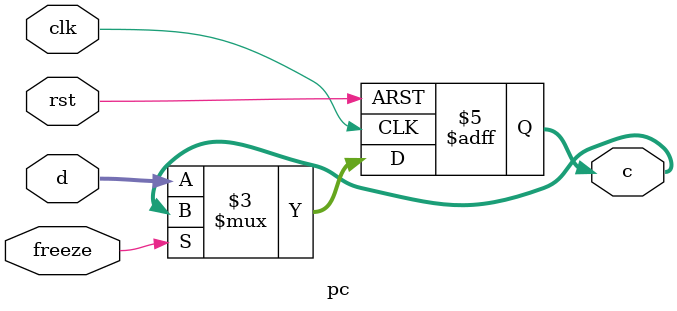
<source format=v>
`timescale 1ns / 1ps


module pc ( input clk,
    input rst,
    input freeze,
    input [31:0] d,    
    output reg  [31:0] c      
);

    always @(posedge clk or posedge rst) begin
        if (rst) begin
            c <= 32'b0;
        end else begin
            if (freeze) begin
                c <= c;
            end else begin
                c <= d;
            end
        end
    end
endmodule


</source>
